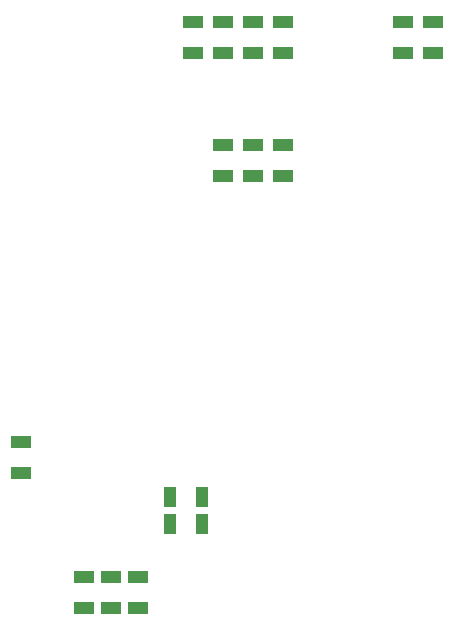
<source format=gtp>
G04*
G04 #@! TF.GenerationSoftware,Altium Limited,Altium Designer,20.0.7 (75)*
G04*
G04 Layer_Color=8421504*
%FSLAX44Y44*%
%MOMM*%
G71*
G01*
G75*
%ADD15R,1.7000X1.1000*%
%ADD16R,1.1000X1.7000*%
D15*
X552450Y579920D02*
D03*
Y552920D02*
D03*
X577850D02*
D03*
Y579920D02*
D03*
X755650D02*
D03*
Y552920D02*
D03*
X730250Y579920D02*
D03*
Y552920D02*
D03*
X628650Y579920D02*
D03*
Y552920D02*
D03*
X603250D02*
D03*
Y579920D02*
D03*
X628650Y448780D02*
D03*
Y475780D02*
D03*
X603250D02*
D03*
Y448780D02*
D03*
X577850Y475780D02*
D03*
Y448780D02*
D03*
X505460Y83020D02*
D03*
Y110020D02*
D03*
X459740D02*
D03*
Y83020D02*
D03*
X482600D02*
D03*
Y110020D02*
D03*
X406400Y224320D02*
D03*
Y197320D02*
D03*
D16*
X559600Y177800D02*
D03*
X532600D02*
D03*
Y154940D02*
D03*
X559600D02*
D03*
M02*

</source>
